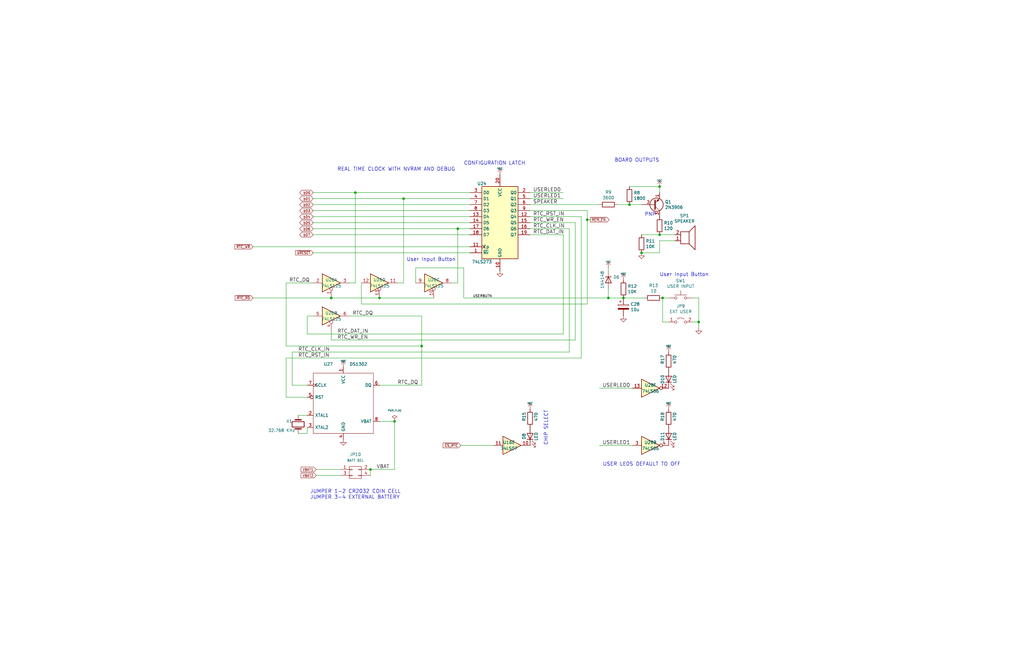
<source format=kicad_sch>
(kicad_sch (version 20211123) (generator eeschema)
  (paper "B")
  (lib_symbols
    (symbol "74xx:74HCT273"
      (property "Reference" "U" (at -7.62 16.51 0))
      (property "Value" "74HCT273" (at -7.62 -16.51 0))
      (symbol "74HCT273_1_0"
        (pin input line (at -12.7 -12.7 0) (length 5.08) (name "~{Mr}") (number "1"))
        (pin power_in line (at 0 -20.32 90) (length 5.08) (name "GND") (number "10"))
        (pin input clock (at -12.7 -10.16 0) (length 5.08) (name "Cp") (number "11"))
        (pin output line (at 12.7 2.54 180) (length 5.08) (name "Q4") (number "12"))
        (pin input line (at -12.7 2.54 0) (length 5.08) (name "D4") (number "13"))
        (pin input line (at -12.7 0 0) (length 5.08) (name "D5") (number "14"))
        (pin output line (at 12.7 0 180) (length 5.08) (name "Q5") (number "15"))
        (pin output line (at 12.7 -2.54 180) (length 5.08) (name "Q6") (number "16"))
        (pin input line (at -12.7 -2.54 0) (length 5.08) (name "D6") (number "17"))
        (pin input line (at -12.7 -5.08 0) (length 5.08) (name "D7") (number "18"))
        (pin output line (at 12.7 -5.08 180) (length 5.08) (name "Q7") (number "19"))
        (pin output line (at 12.7 12.7 180) (length 5.08) (name "Q0") (number "2"))
        (pin power_in line (at 0 20.32 270) (length 5.08) (name "VCC") (number "20"))
        (pin input line (at -12.7 12.7 0) (length 5.08) (name "D0") (number "3"))
        (pin input line (at -12.7 10.16 0) (length 5.08) (name "D1") (number "4"))
        (pin output line (at 12.7 10.16 180) (length 5.08) (name "Q1") (number "5"))
        (pin output line (at 12.7 7.62 180) (length 5.08) (name "Q2") (number "6"))
        (pin input line (at -12.7 7.62 0) (length 5.08) (name "D2") (number "7"))
        (pin input line (at -12.7 5.08 0) (length 5.08) (name "D3") (number "8"))
        (pin output line (at 12.7 5.08 180) (length 5.08) (name "Q3") (number "9"))
      )
      (symbol "74HCT273_1_1"
        (rectangle (start -7.62 15.24) (end 7.62 -15.24) (stroke (width 0.254)) (fill (type background)))
      )
    )
    (symbol "74xx:74LS06" (pin_names (offset 1.016))
      (property "Reference" "U" (at 0 1.27 0))
      (property "Value" "74LS06" (at 0 -1.27 0))
      (symbol "74LS06_1_0"
        (polyline (pts (xy -3.81 3.81) (xy -3.81 -3.81) (xy 3.81 0) (xy -3.81 3.81)) (stroke (width 0.254)) (fill (type background)))
        (pin input line (at -7.62 0 0) (length 3.81) (name "~") (number "1"))
        (pin open_collector inverted (at 7.62 0 180) (length 3.81) (name "~") (number "2"))
      )
      (symbol "74LS06_2_0"
        (polyline (pts (xy -3.81 3.81) (xy -3.81 -3.81) (xy 3.81 0) (xy -3.81 3.81)) (stroke (width 0.254)) (fill (type background)))
        (pin input line (at -7.62 0 0) (length 3.81) (name "~") (number "3"))
        (pin open_collector inverted (at 7.62 0 180) (length 3.81) (name "~") (number "4"))
      )
      (symbol "74LS06_3_0"
        (polyline (pts (xy -3.81 3.81) (xy -3.81 -3.81) (xy 3.81 0) (xy -3.81 3.81)) (stroke (width 0.254)) (fill (type background)))
        (pin input line (at -7.62 0 0) (length 3.81) (name "~") (number "5"))
        (pin open_collector inverted (at 7.62 0 180) (length 3.81) (name "~") (number "6"))
      )
      (symbol "74LS06_4_0"
        (polyline (pts (xy -3.81 3.81) (xy -3.81 -3.81) (xy 3.81 0) (xy -3.81 3.81)) (stroke (width 0.254)) (fill (type background)))
        (pin open_collector inverted (at 7.62 0 180) (length 3.81) (name "~") (number "8"))
        (pin input line (at -7.62 0 0) (length 3.81) (name "~") (number "9"))
      )
      (symbol "74LS06_5_0"
        (polyline (pts (xy -3.81 3.81) (xy -3.81 -3.81) (xy 3.81 0) (xy -3.81 3.81)) (stroke (width 0.254)) (fill (type background)))
        (pin open_collector inverted (at 7.62 0 180) (length 3.81) (name "~") (number "10"))
        (pin input line (at -7.62 0 0) (length 3.81) (name "~") (number "11"))
      )
      (symbol "74LS06_6_0"
        (polyline (pts (xy -3.81 3.81) (xy -3.81 -3.81) (xy 3.81 0) (xy -3.81 3.81)) (stroke (width 0.254)) (fill (type background)))
        (pin open_collector inverted (at 7.62 0 180) (length 3.81) (name "~") (number "12"))
        (pin input line (at -7.62 0 0) (length 3.81) (name "~") (number "13"))
      )
      (symbol "74LS06_7_0"
        (pin power_in line (at 0 12.7 270) (length 5.08) (name "VCC") (number "14"))
        (pin power_in line (at 0 -12.7 90) (length 5.08) (name "GND") (number "7"))
      )
      (symbol "74LS06_7_1"
        (rectangle (start -5.08 7.62) (end 5.08 -7.62) (stroke (width 0.254)) (fill (type background)))
      )
    )
    (symbol "74xx:74LS07" (pin_names (offset 1.016))
      (property "Reference" "U" (at 0 1.27 0))
      (property "Value" "74LS07" (at 0 -1.27 0))
      (symbol "74LS07_1_0"
        (polyline (pts (xy -3.81 3.81) (xy -3.81 -3.81) (xy 3.81 0) (xy -3.81 3.81)) (stroke (width 0.254)) (fill (type background)))
        (pin input line (at -7.62 0 0) (length 3.81) (name "~") (number "1"))
        (pin open_collector line (at 7.62 0 180) (length 3.81) (name "~") (number "2"))
      )
      (symbol "74LS07_2_0"
        (polyline (pts (xy -3.81 3.81) (xy -3.81 -3.81) (xy 3.81 0) (xy -3.81 3.81)) (stroke (width 0.254)) (fill (type background)))
        (pin input line (at -7.62 0 0) (length 3.81) (name "~") (number "3"))
        (pin open_collector line (at 7.62 0 180) (length 3.81) (name "~") (number "4"))
      )
      (symbol "74LS07_3_0"
        (polyline (pts (xy -3.81 3.81) (xy -3.81 -3.81) (xy 3.81 0) (xy -3.81 3.81)) (stroke (width 0.254)) (fill (type background)))
        (pin input line (at -7.62 0 0) (length 3.81) (name "~") (number "5"))
        (pin open_collector line (at 7.62 0 180) (length 3.81) (name "~") (number "6"))
      )
      (symbol "74LS07_4_0"
        (polyline (pts (xy -3.81 3.81) (xy -3.81 -3.81) (xy 3.81 0) (xy -3.81 3.81)) (stroke (width 0.254)) (fill (type background)))
        (pin open_collector line (at 7.62 0 180) (length 3.81) (name "~") (number "8"))
        (pin input line (at -7.62 0 0) (length 3.81) (name "~") (number "9"))
      )
      (symbol "74LS07_5_0"
        (polyline (pts (xy -3.81 3.81) (xy -3.81 -3.81) (xy 3.81 0) (xy -3.81 3.81)) (stroke (width 0.254)) (fill (type background)))
        (pin open_collector line (at 7.62 0 180) (length 3.81) (name "~") (number "10"))
        (pin input line (at -7.62 0 0) (length 3.81) (name "~") (number "11"))
      )
      (symbol "74LS07_6_0"
        (polyline (pts (xy -3.81 3.81) (xy -3.81 -3.81) (xy 3.81 0) (xy -3.81 3.81)) (stroke (width 0.254)) (fill (type background)))
        (pin open_collector line (at 7.62 0 180) (length 3.81) (name "~") (number "12"))
        (pin input line (at -7.62 0 0) (length 3.81) (name "~") (number "13"))
      )
      (symbol "74LS07_7_0"
        (pin power_in line (at 0 12.7 270) (length 5.08) (name "VCC") (number "14"))
        (pin power_in line (at 0 -12.7 90) (length 5.08) (name "GND") (number "7"))
      )
      (symbol "74LS07_7_1"
        (rectangle (start -5.08 7.62) (end 5.08 -7.62) (stroke (width 0.254)) (fill (type background)))
      )
    )
    (symbol "74xx:74LS125" (pin_names (offset 1.016))
      (property "Reference" "U" (at 0 1.27 0))
      (property "Value" "74LS125" (at 0 -1.27 0))
      (symbol "74LS125_1_0"
        (polyline (pts (xy -3.81 3.81) (xy -3.81 -3.81) (xy 3.81 0) (xy -3.81 3.81)) (stroke (width 0.254)) (fill (type background)))
        (pin input inverted (at 0 -6.35 90) (length 4.445) (name "~") (number "1"))
        (pin input line (at -7.62 0 0) (length 3.81) (name "~") (number "2"))
        (pin tri_state line (at 7.62 0 180) (length 3.81) (name "~") (number "3"))
      )
      (symbol "74LS125_2_0"
        (polyline (pts (xy -3.81 3.81) (xy -3.81 -3.81) (xy 3.81 0) (xy -3.81 3.81)) (stroke (width 0.254)) (fill (type background)))
        (pin input inverted (at 0 -6.35 90) (length 4.445) (name "~") (number "4"))
        (pin input line (at -7.62 0 0) (length 3.81) (name "~") (number "5"))
        (pin tri_state line (at 7.62 0 180) (length 3.81) (name "~") (number "6"))
      )
      (symbol "74LS125_3_0"
        (polyline (pts (xy -3.81 3.81) (xy -3.81 -3.81) (xy 3.81 0) (xy -3.81 3.81)) (stroke (width 0.254)) (fill (type background)))
        (pin input inverted (at 0 -6.35 90) (length 4.445) (name "~") (number "10"))
        (pin tri_state line (at 7.62 0 180) (length 3.81) (name "~") (number "8"))
        (pin input line (at -7.62 0 0) (length 3.81) (name "~") (number "9"))
      )
      (symbol "74LS125_4_0"
        (polyline (pts (xy -3.81 3.81) (xy -3.81 -3.81) (xy 3.81 0) (xy -3.81 3.81)) (stroke (width 0.254)) (fill (type background)))
        (pin tri_state line (at 7.62 0 180) (length 3.81) (name "~") (number "11"))
        (pin input line (at -7.62 0 0) (length 3.81) (name "~") (number "12"))
        (pin input inverted (at 0 -6.35 90) (length 4.445) (name "~") (number "13"))
      )
      (symbol "74LS125_5_0"
        (pin power_in line (at 0 12.7 270) (length 5.08) (name "VCC") (number "14"))
        (pin power_in line (at 0 -12.7 90) (length 5.08) (name "GND") (number "7"))
      )
      (symbol "74LS125_5_1"
        (rectangle (start -5.08 7.62) (end 5.08 -7.62) (stroke (width 0.254)) (fill (type background)))
      )
    )
    (symbol "Jumper:Jumper_2_Open" (pin_names (offset 0) hide)
      (property "Reference" "JP" (at 0 2.794 0))
      (property "Value" "Jumper_2_Open" (at 0 -2.286 0))
      (symbol "Jumper_2_Open_0_0"
        (circle (center -2.032 0) (radius 0.508))
        (circle (center 2.032 0) (radius 0.508))
      )
      (symbol "Jumper_2_Open_0_1"
        (arc (start 1.524 1.27) (mid 0 1.778) (end -1.524 1.27))
      )
      (symbol "Jumper_2_Open_1_1"
        (pin passive line (at -5.08 0 0) (length 2.54) (name "A") (number "1"))
        (pin passive line (at 5.08 0 180) (length 2.54) (name "B") (number "2"))
      )
    )
    (symbol "Switch:SW_Push" (pin_numbers hide) (pin_names (offset 1.016) hide)
      (property "Reference" "SW" (at 1.27 2.54 0))
      (property "Value" "SW_Push" (at 0 -1.524 0))
      (symbol "SW_Push_0_1"
        (circle (center -2.032 0) (radius 0.508))
        (polyline (pts (xy 0 1.27) (xy 0 3.048)))
        (polyline (pts (xy 2.54 1.27) (xy -2.54 1.27)))
        (circle (center 2.032 0) (radius 0.508))
        (pin passive line (at -5.08 0 0) (length 2.54) (name "1") (number "1"))
        (pin passive line (at 5.08 0 180) (length 2.54) (name "2") (number "2"))
      )
    )
    (symbol "Transistor_BJT:2N3906" (pin_names (offset 0) hide)
      (property "Reference" "Q" (at 5.08 1.905 0))
      (property "Value" "2N3906" (at 5.08 0 0))
      (symbol "2N3906_0_1"
        (polyline (pts (xy 0.635 0.635) (xy 2.54 2.54)))
        (polyline (pts (xy 0.635 -0.635) (xy 2.54 -2.54) (xy 2.54 -2.54)))
        (polyline (pts (xy 0.635 1.905) (xy 0.635 -1.905) (xy 0.635 -1.905)) (stroke (width 0.508)))
        (polyline (pts (xy 2.286 -1.778) (xy 1.778 -2.286) (xy 1.27 -1.27) (xy 2.286 -1.778) (xy 2.286 -1.778)) (fill (type outline)))
        (circle (center 1.27 0) (radius 2.8194) (stroke (width 0.254)))
      )
      (symbol "2N3906_1_1"
        (pin passive line (at 2.54 -5.08 90) (length 2.54) (name "E") (number "1"))
        (pin input line (at -5.08 0 0) (length 5.715) (name "B") (number "2"))
        (pin passive line (at 2.54 5.08 270) (length 2.54) (name "C") (number "3"))
      )
    )
    (symbol "memory.ROMRAM-rescue:1N4148-diode" (pin_numbers hide) (pin_names (offset 1.016) hide)
      (property "Reference" "D" (at 0 2.54 0))
      (property "Value" "1N4148-diode" (at 0 -2.54 0))
      (symbol "1N4148-diode_0_1"
        (polyline (pts (xy -1.27 1.27) (xy -1.27 -1.27)) (stroke (width 0.254)))
        (polyline (pts (xy 1.27 0) (xy -1.27 0)))
        (polyline (pts (xy 1.27 1.27) (xy 1.27 -1.27) (xy -1.27 0) (xy 1.27 1.27)) (stroke (width 0.254)))
      )
      (symbol "1N4148-diode_1_1"
        (pin passive line (at -3.81 0 0) (length 2.54) (name "K") (number "1"))
        (pin passive line (at 3.81 0 180) (length 2.54) (name "A") (number "2"))
      )
    )
    (symbol "memory.ROMRAM-rescue:CONN_02X02-conn" (pin_names (offset 0.0254) hide)
      (property "Reference" "J" (at 0 3.81 0))
      (property "Value" "CONN_02X02-conn" (at 0 -3.81 0))
      (symbol "CONN_02X02-conn_0_1"
        (rectangle (start -2.54 -1.143) (end -1.27 -1.397))
        (rectangle (start -2.54 1.397) (end -1.27 1.143))
        (rectangle (start -2.54 2.54) (end 2.54 -2.54))
        (rectangle (start 1.27 -1.143) (end 2.54 -1.397))
        (rectangle (start 1.27 1.397) (end 2.54 1.143))
      )
      (symbol "CONN_02X02-conn_1_1"
        (pin passive line (at -6.35 1.27 0) (length 3.81) (name "P1") (number "1"))
        (pin passive line (at 6.35 1.27 180) (length 3.81) (name "P2") (number "2"))
        (pin passive line (at -6.35 -1.27 0) (length 3.81) (name "P3") (number "3"))
        (pin passive line (at 6.35 -1.27 180) (length 3.81) (name "P4") (number "4"))
      )
    )
    (symbol "memory.ROMRAM-rescue:CP-device" (pin_numbers hide) (pin_names (offset 0.254))
      (property "Reference" "C" (at 0.635 2.54 0))
      (property "Value" "CP-device" (at 0.635 -2.54 0))
      (symbol "CP-device_0_1"
        (rectangle (start -2.286 0.508) (end 2.286 1.016))
        (polyline (pts (xy -1.778 2.286) (xy -0.762 2.286)))
        (polyline (pts (xy -1.27 2.794) (xy -1.27 1.778)))
        (rectangle (start 2.286 -0.508) (end -2.286 -1.016) (fill (type outline)))
      )
      (symbol "CP-device_1_1"
        (pin passive line (at 0 3.81 270) (length 2.794) (name "~") (number "1"))
        (pin passive line (at 0 -3.81 90) (length 2.794) (name "~") (number "2"))
      )
    )
    (symbol "memory.ROMRAM-rescue:Crystal-device" (pin_numbers hide) (pin_names (offset 1.016) hide)
      (property "Reference" "Y" (at 0 3.81 0))
      (property "Value" "Crystal-device" (at 0 -3.81 0))
      (symbol "Crystal-device_0_1"
        (rectangle (start -1.143 2.54) (end 1.143 -2.54) (stroke (width 0.3048)))
        (polyline (pts (xy -2.54 0) (xy -1.905 0)))
        (polyline (pts (xy -1.905 -1.27) (xy -1.905 1.27)) (stroke (width 0.508)))
        (polyline (pts (xy 1.905 -1.27) (xy 1.905 1.27)) (stroke (width 0.508)))
        (polyline (pts (xy 2.54 0) (xy 1.905 0)))
      )
      (symbol "Crystal-device_1_1"
        (pin passive line (at -3.81 0 0) (length 1.27) (name "1") (number "1"))
        (pin passive line (at 3.81 0 180) (length 1.27) (name "2") (number "2"))
      )
    )
    (symbol "memory.ROMRAM-rescue:DS1302-maxim" (pin_names (offset 0.762))
      (property "Reference" "U" (at 6.858 13.97 0))
      (property "Value" "DS1302-maxim" (at 7.62 -13.97 0))
      (symbol "DS1302-maxim_0_1"
        (rectangle (start -12.7 12.7) (end 12.7 -12.7))
      )
      (symbol "DS1302-maxim_1_1"
        (pin power_in line (at 0 15.24 270) (length 2.54) (name "VCC") (number "1"))
        (pin input line (at -15.24 -5.08 0) (length 2.54) (name "XTAL1") (number "2"))
        (pin input line (at -15.24 -10.16 0) (length 2.54) (name "XTAL2") (number "3"))
        (pin power_in line (at 0 -15.24 90) (length 2.54) (name "GND") (number "4"))
        (pin input inverted (at -15.24 2.54 0) (length 2.54) (name "RST") (number "5"))
        (pin bidirectional line (at 15.24 7.62 180) (length 2.54) (name "DQ") (number "6"))
        (pin input clock (at -15.24 7.62 0) (length 2.54) (name "SCLK") (number "7"))
        (pin input line (at 15.24 -7.62 180) (length 2.54) (name "VBAT") (number "8"))
      )
    )
    (symbol "memory.ROMRAM-rescue:LED-device" (pin_numbers hide) (pin_names (offset 1.016) hide)
      (property "Reference" "D" (at 0 2.54 0))
      (property "Value" "LED-device" (at 0 -2.54 0))
      (symbol "LED-device_0_1"
        (polyline (pts (xy -1.27 -1.27) (xy -1.27 1.27)) (stroke (width 0.254)))
        (polyline (pts (xy -1.27 0) (xy 1.27 0)))
        (polyline (pts (xy 1.27 -1.27) (xy 1.27 1.27) (xy -1.27 0) (xy 1.27 -1.27)) (stroke (width 0.254)))
        (polyline (pts (xy -3.048 -0.762) (xy -4.572 -2.286) (xy -3.81 -2.286) (xy -4.572 -2.286) (xy -4.572 -1.524)))
        (polyline (pts (xy -1.778 -0.762) (xy -3.302 -2.286) (xy -2.54 -2.286) (xy -3.302 -2.286) (xy -3.302 -1.524)))
      )
      (symbol "LED-device_1_1"
        (pin passive line (at -3.81 0 0) (length 2.54) (name "K") (number "1"))
        (pin passive line (at 3.81 0 180) (length 2.54) (name "A") (number "2"))
      )
    )
    (symbol "memory.ROMRAM-rescue:R-device" (pin_numbers hide) (pin_names (offset 0))
      (property "Reference" "R" (at 2.032 0 90))
      (property "Value" "R-device" (at 0 0 90))
      (symbol "R-device_0_1"
        (rectangle (start -1.016 -2.54) (end 1.016 2.54) (stroke (width 0.254)))
      )
      (symbol "R-device_1_1"
        (pin passive line (at 0 3.81 270) (length 1.27) (name "~") (number "1"))
        (pin passive line (at 0 -3.81 90) (length 1.27) (name "~") (number "2"))
      )
    )
    (symbol "memory.ROMRAM-rescue:Speaker-device" (pin_names (offset 0) hide)
      (property "Reference" "LS" (at 1.27 5.715 0))
      (property "Value" "Speaker-device" (at 1.27 3.81 0))
      (symbol "Speaker-device_0_0"
        (rectangle (start -2.54 1.27) (end 1.016 -3.81) (stroke (width 0.254)))
        (polyline (pts (xy 1.016 1.27) (xy 3.556 3.81) (xy 3.556 -6.35) (xy 1.016 -3.81)) (stroke (width 0.254)))
      )
      (symbol "Speaker-device_1_1"
        (pin input line (at -5.08 0 0) (length 2.54) (name "1") (number "1"))
        (pin input line (at -5.08 -2.54 0) (length 2.54) (name "2") (number "2"))
      )
    )
    (symbol "power:GND" (power) (pin_names (offset 0))
      (property "Value" "GND" (at 0 -3.81 0))
      (symbol "GND_0_1"
        (polyline (pts (xy 0 0) (xy 0 -1.27) (xy 1.27 -1.27) (xy 0 -2.54) (xy -1.27 -1.27) (xy 0 -1.27)))
      )
      (symbol "GND_1_1"
        (pin power_in line (at 0 0 270) (length 0) hide (name "GND") (number "1"))
      )
    )
    (symbol "power:PWR_FLAG" (power) (pin_numbers hide) (pin_names (offset 0) hide)
      (property "Value" "PWR_FLAG" (at 0 3.81 0))
      (symbol "PWR_FLAG_0_0"
        (pin power_out line (at 0 0 90) (length 0) (name "pwr") (number "1"))
      )
      (symbol "PWR_FLAG_0_1"
        (polyline (pts (xy 0 0) (xy 0 1.27) (xy -1.016 1.905) (xy 0 2.54) (xy 1.016 1.905) (xy 0 1.27)))
      )
    )
    (symbol "power:VCC" (power) (pin_names (offset 0))
      (property "Value" "VCC" (at 0 3.81 0))
      (symbol "VCC_0_1"
        (polyline (pts (xy -0.762 1.27) (xy 0 2.54)))
        (polyline (pts (xy 0 0) (xy 0 2.54)))
        (polyline (pts (xy 0 2.54) (xy 0.762 1.27)))
      )
      (symbol "VCC_1_1"
        (pin power_in line (at 0 0 90) (length 0) hide (name "VCC") (number "1"))
      )
    )
  )
  (junction (at 247.65 92.71))
  (junction (at 139.7 125.73))
  (junction (at 294.64 135.89))
  (junction (at 278.13 99.06))
  (junction (at 262.89 125.73))
  (junction (at 166.37 177.8))
  (junction (at 149.86 81.28))
  (junction (at 177.8 146.05))
  (junction (at 256.54 125.73))
  (junction (at 279.4 125.73))
  (junction (at 156.21 198.12))
  (junction (at 160.02 125.73))
  (junction (at 265.43 86.36))
  (junction (at 278.13 78.74))
  (junction (at 270.51 106.68))
  (junction (at 193.04 96.52))
  (junction (at 170.18 83.82))
  (wire (pts (xy 256.54 121.92) (xy 256.54 125.73)))
  (wire (pts (xy 132.08 88.9) (xy 198.12 88.9)))
  (wire (pts (xy 223.52 91.44) (xy 245.11 91.44)))
  (wire (pts (xy 160.02 125.73) (xy 182.88 125.73)))
  (wire (pts (xy 240.03 96.52) (xy 240.03 148.59)))
  (wire (pts (xy 237.49 140.97) (xy 237.49 99.06)))
  (wire (pts (xy 120.65 146.05) (xy 177.8 146.05)))
  (wire (pts (xy 248.92 92.71) (xy 247.65 92.71)))
  (wire (pts (xy 120.65 167.64) (xy 129.54 167.64)))
  (wire (pts (xy 194.31 187.96) (xy 208.28 187.96)))
  (wire (pts (xy 256.54 125.73) (xy 262.89 125.73)))
  (wire (pts (xy 125.73 175.26) (xy 129.54 175.26)))
  (wire (pts (xy 177.8 146.05) (xy 177.8 162.56)))
  (wire (pts (xy 132.08 81.28) (xy 149.86 81.28)))
  (wire (pts (xy 223.52 93.98) (xy 242.57 93.98)))
  (wire (pts (xy 242.57 93.98) (xy 242.57 143.51)))
  (wire (pts (xy 195.58 113.03) (xy 175.26 113.03)))
  (wire (pts (xy 279.4 135.89) (xy 281.94 135.89)))
  (wire (pts (xy 133.35 198.12) (xy 143.51 198.12)))
  (wire (pts (xy 223.52 88.9) (xy 247.65 88.9)))
  (wire (pts (xy 270.51 99.06) (xy 278.13 99.06)))
  (wire (pts (xy 132.08 91.44) (xy 198.12 91.44)))
  (wire (pts (xy 223.52 96.52) (xy 240.03 96.52)))
  (wire (pts (xy 245.11 91.44) (xy 245.11 151.13)))
  (wire (pts (xy 160.02 162.56) (xy 177.8 162.56)))
  (wire (pts (xy 247.65 88.9) (xy 247.65 92.71)))
  (wire (pts (xy 242.57 143.51) (xy 139.7 143.51)))
  (wire (pts (xy 223.52 99.06) (xy 237.49 99.06)))
  (wire (pts (xy 278.13 101.6) (xy 284.48 101.6)))
  (wire (pts (xy 170.18 119.38) (xy 170.18 83.82)))
  (wire (pts (xy 195.58 125.73) (xy 256.54 125.73)))
  (wire (pts (xy 152.4 128.27) (xy 247.65 128.27)))
  (wire (pts (xy 193.04 119.38) (xy 193.04 96.52)))
  (wire (pts (xy 195.58 125.73) (xy 195.58 113.03)))
  (wire (pts (xy 292.1 125.73) (xy 294.64 125.73)))
  (wire (pts (xy 170.18 83.82) (xy 198.12 83.82)))
  (wire (pts (xy 106.68 125.73) (xy 139.7 125.73)))
  (wire (pts (xy 294.64 135.89) (xy 294.64 138.43)))
  (wire (pts (xy 247.65 92.71) (xy 247.65 128.27)))
  (wire (pts (xy 129.54 133.35) (xy 129.54 140.97)))
  (wire (pts (xy 278.13 99.06) (xy 284.48 99.06)))
  (wire (pts (xy 166.37 198.12) (xy 156.21 198.12)))
  (wire (pts (xy 292.1 135.89) (xy 294.64 135.89)))
  (wire (pts (xy 281.94 125.73) (xy 279.4 125.73)))
  (wire (pts (xy 123.19 148.59) (xy 123.19 162.56)))
  (wire (pts (xy 120.65 151.13) (xy 120.65 167.64)))
  (wire (pts (xy 132.08 106.68) (xy 198.12 106.68)))
  (wire (pts (xy 279.4 125.73) (xy 279.4 135.89)))
  (wire (pts (xy 132.08 83.82) (xy 170.18 83.82)))
  (wire (pts (xy 175.26 113.03) (xy 175.26 119.38)))
  (wire (pts (xy 120.65 119.38) (xy 132.08 119.38)))
  (wire (pts (xy 139.7 125.73) (xy 160.02 125.73)))
  (wire (pts (xy 177.8 133.35) (xy 177.8 146.05)))
  (wire (pts (xy 132.08 96.52) (xy 193.04 96.52)))
  (wire (pts (xy 149.86 81.28) (xy 198.12 81.28)))
  (wire (pts (xy 166.37 177.8) (xy 166.37 198.12)))
  (wire (pts (xy 223.52 81.28) (xy 237.49 81.28)))
  (wire (pts (xy 147.32 133.35) (xy 177.8 133.35)))
  (wire (pts (xy 193.04 96.52) (xy 198.12 96.52)))
  (wire (pts (xy 262.89 125.73) (xy 271.78 125.73)))
  (wire (pts (xy 106.68 104.14) (xy 198.12 104.14)))
  (wire (pts (xy 278.13 106.68) (xy 278.13 101.6)))
  (wire (pts (xy 245.11 151.13) (xy 120.65 151.13)))
  (wire (pts (xy 149.86 119.38) (xy 147.32 119.38)))
  (wire (pts (xy 133.35 200.66) (xy 143.51 200.66)))
  (wire (pts (xy 132.08 99.06) (xy 198.12 99.06)))
  (wire (pts (xy 160.02 177.8) (xy 166.37 177.8)))
  (wire (pts (xy 123.19 162.56) (xy 129.54 162.56)))
  (wire (pts (xy 270.51 106.68) (xy 278.13 106.68)))
  (wire (pts (xy 152.4 119.38) (xy 152.4 128.27)))
  (wire (pts (xy 223.52 86.36) (xy 252.73 86.36)))
  (wire (pts (xy 129.54 140.97) (xy 237.49 140.97)))
  (wire (pts (xy 223.52 83.82) (xy 237.49 83.82)))
  (wire (pts (xy 149.86 81.28) (xy 149.86 119.38)))
  (wire (pts (xy 129.54 182.88) (xy 129.54 180.34)))
  (wire (pts (xy 190.5 119.38) (xy 193.04 119.38)))
  (wire (pts (xy 278.13 81.28) (xy 278.13 78.74)))
  (wire (pts (xy 294.64 125.73) (xy 294.64 135.89)))
  (wire (pts (xy 252.73 163.83) (xy 266.7 163.83)))
  (wire (pts (xy 125.73 182.88) (xy 129.54 182.88)))
  (wire (pts (xy 278.13 78.74) (xy 265.43 78.74)))
  (wire (pts (xy 156.21 198.12) (xy 156.21 200.66)))
  (wire (pts (xy 132.08 93.98) (xy 198.12 93.98)))
  (wire (pts (xy 252.73 187.96) (xy 266.7 187.96)))
  (wire (pts (xy 139.7 143.51) (xy 139.7 139.7)))
  (wire (pts (xy 256.54 114.3) (xy 256.54 113.03)))
  (wire (pts (xy 120.65 119.38) (xy 120.65 146.05)))
  (wire (pts (xy 240.03 148.59) (xy 123.19 148.59)))
  (wire (pts (xy 167.64 119.38) (xy 170.18 119.38)))
  (wire (pts (xy 132.08 133.35) (xy 129.54 133.35)))
  (wire (pts (xy 260.35 86.36) (xy 265.43 86.36)))
  (wire (pts (xy 265.43 86.36) (xy 270.51 86.36)))
  (wire (pts (xy 132.08 86.36) (xy 198.12 86.36)))
  (text "PNP" (at 271.78 91.44 0) (effects (font (size 1.524 1.524)) (justify left bottom)))
  (text "User Input Button" (at 278.13 116.84 0) (effects (font (size 1.524 1.524)) (justify left bottom)))
  (text "BOARD OUTPUTS" (at 259.08 68.58 0) (effects (font (size 1.524 1.524)) (justify left bottom)))
  (text "CONFIGURATION LATCH" (at 195.58 69.85 0) (effects (font (size 1.524 1.524)) (justify left bottom)))
  (text "User Input Button" (at 171.45 110.49 0) (effects (font (size 1.524 1.524)) (justify left bottom)))
  (text "JUMPER 1-2 CR2032 COIN CELL\nJUMPER 3-4 EXTERNAL BATTERY" (at 130.81 210.82 0) (effects (font (size 1.524 1.524)) (justify left bottom)))
  (text "CHIP SELECT" (at 231.14 187.96 90) (effects (font (size 1.524 1.524)) (justify left bottom)))
  (text "USER LEDS DEFAULT TO OFF" (at 287.02 196.85 180) (effects (font (size 1.524 1.524)) (justify right bottom)))
  (text "REAL TIME CLOCK WITH NVRAM AND DEBUG" (at 142.24 72.39 0) (effects (font (size 1.524 1.524)) (justify left bottom)))
  (label "RTC_DAT_IN" (at 142.24 140.97 0) (effects (font (size 1.524 1.524))))
  (label "RTC_DQ" (at 148.59 133.35 0) (effects (font (size 1.524 1.524))))
  (label "RTC_DQ" (at 121.92 119.38 0) (effects (font (size 1.524 1.524))))
  (label "RTC_DAT_IN" (at 224.79 99.06 0) (effects (font (size 1.524 1.524))))
  (label "RTC_CLK_IN" (at 224.79 96.52 0) (effects (font (size 1.524 1.524))))
  (label "VBAT" (at 158.75 198.12 0) (effects (font (size 1.524 1.524))))
  (label "USERLED0" (at 254 163.83 0) (effects (font (size 1.524 1.524))))
  (label "USERLED0" (at 224.79 81.28 0) (effects (font (size 1.524 1.524))))
  (label "USERBUTN" (at 199.39 125.73 0) (effects (font (size 1.016 1.016))))
  (label "RTC_WR_EN" (at 142.24 143.51 0) (effects (font (size 1.524 1.524))))
  (label "USERLED1" (at 254 187.96 0) (effects (font (size 1.524 1.524))))
  (label "RTC_RST_IN" (at 224.79 91.44 0) (effects (font (size 1.524 1.524))))
  (label "SPEAKER" (at 224.79 86.36 0) (effects (font (size 1.524 1.524))))
  (label "RTC_RST_IN" (at 125.73 151.13 0) (effects (font (size 1.524 1.524))))
  (label "RTC_WR_EN" (at 224.79 93.98 0) (effects (font (size 1.524 1.524))))
  (label "USERLED1" (at 224.79 83.82 0) (effects (font (size 1.524 1.524))))
  (label "RTC_DQ" (at 167.64 162.56 0) (effects (font (size 1.524 1.524))))
  (label "RTC_CLK_IN" (at 125.73 148.59 0) (effects (font (size 1.524 1.524))))
  (global_label "~{bRESET}" (shape input) (at 132.08 106.68 180) (effects (font (size 1.016 1.016))) (property "Intersheet References" "${INTERSHEET_REFS}" (effects hide)))
  (global_label "~{RTC_WR}" (shape input) (at 106.68 104.14 180) (effects (font (size 1.016 1.016))) (property "Intersheet References" "${INTERSHEET_REFS}" (effects hide)))
  (global_label "~{CS_RTC}" (shape input) (at 194.31 187.96 180) (effects (font (size 1.016 1.016))) (property "Intersheet References" "${INTERSHEET_REFS}" (effects hide)))
  (global_label "bD1" (shape bidirectional) (at 132.08 83.82 180) (effects (font (size 1.016 1.016))) (property "Intersheet References" "${INTERSHEET_REFS}" (effects hide)))
  (global_label "VBAT2" (shape input) (at 133.35 200.66 180) (effects (font (size 1.016 1.016))) (property "Intersheet References" "${INTERSHEET_REFS}" (effects hide)))
  (global_label "~{MEM_EN}" (shape output) (at 248.92 92.71 0) (effects (font (size 1.016 1.016))) (property "Intersheet References" "${INTERSHEET_REFS}" (effects hide)))
  (global_label "~{RTC_RD}" (shape input) (at 106.68 125.73 180) (effects (font (size 1.016 1.016))) (property "Intersheet References" "${INTERSHEET_REFS}" (effects hide)))
  (global_label "bD3" (shape bidirectional) (at 132.08 88.9 180) (effects (font (size 1.016 1.016))) (property "Intersheet References" "${INTERSHEET_REFS}" (effects hide)))
  (global_label "bD0" (shape bidirectional) (at 132.08 81.28 180) (effects (font (size 1.016 1.016))) (property "Intersheet References" "${INTERSHEET_REFS}" (effects hide)))
  (global_label "bD6" (shape bidirectional) (at 132.08 96.52 180) (effects (font (size 1.016 1.016))) (property "Intersheet References" "${INTERSHEET_REFS}" (effects hide)))
  (global_label "bD7" (shape bidirectional) (at 132.08 99.06 180) (effects (font (size 1.016 1.016))) (property "Intersheet References" "${INTERSHEET_REFS}" (effects hide)))
  (global_label "VBAT1" (shape input) (at 133.35 198.12 180) (effects (font (size 1.016 1.016))) (property "Intersheet References" "${INTERSHEET_REFS}" (effects hide)))
  (global_label "bD2" (shape bidirectional) (at 132.08 86.36 180) (effects (font (size 1.016 1.016))) (property "Intersheet References" "${INTERSHEET_REFS}" (effects hide)))
  (global_label "bD4" (shape bidirectional) (at 132.08 91.44 180) (effects (font (size 1.016 1.016))) (property "Intersheet References" "${INTERSHEET_REFS}" (effects hide)))
  (global_label "bD5" (shape bidirectional) (at 132.08 93.98 180) (effects (font (size 1.016 1.016))) (property "Intersheet References" "${INTERSHEET_REFS}" (effects hide)))
  (symbol (lib_id "74xx:74LS125") (at 139.7 119.38 0) (unit 1)
    (property "Reference" "U26" (at 139.7 118.11 0))
    (property "Value" "74LS125" (at 139.7 120.65 0))
    (property "Footprint" "Package_DIP:DIP-14_W7.62mm" (effects hide))
    (property "Datasheet" "http://www.ti.com/lit/gpn/sn74LS125" (effects hide))
  )
  (symbol (lib_id "power:GND") (at 262.89 133.35 0) (unit 1)
    (property "Reference" "#PWR049" (effects hide))
    (property "Value" "GND" (effects hide))
  )
  (symbol (lib_id "power:GND") (at 144.78 185.42 0) (unit 1)
    (property "Reference" "#PWR052" (effects hide))
    (property "Value" "GND" (effects hide))
  )
  (symbol (lib_id "power:VCC") (at 144.78 154.94 0) (unit 1)
    (property "Reference" "#PWR051" (effects hide))
    (property "Value" "VCC" (at 144.78 152.4 0) (effects (font (size 0.762 0.762))))
  )
  (symbol (lib_id "power:GND") (at 294.64 138.43 0) (unit 1)
    (property "Reference" "#PWR050" (effects hide))
    (property "Value" "GND" (effects hide))
  )
  (symbol (lib_id "74xx:74LS06") (at 274.32 187.96 0) (unit 2)
    (property "Reference" "U28" (at 274.32 186.69 0))
    (property "Value" "74LS06" (at 274.32 189.23 0))
    (property "Footprint" "Package_DIP:DIP-14_W7.62mm" (effects hide))
    (property "Datasheet" "http://www.ti.com/lit/gpn/sn74LS06" (effects hide))
  )
  (symbol (lib_id "power:VCC") (at 256.54 113.03 0) (unit 1)
    (property "Reference" "#PWR046" (effects hide))
    (property "Value" "VCC" (at 256.54 110.49 0) (effects (font (size 0.762 0.762))))
  )
  (symbol (lib_id "power:VCC") (at 281.94 148.59 0) (unit 1)
    (property "Reference" "#PWR056" (effects hide))
    (property "Value" "VCC" (at 281.94 146.05 0) (effects (font (size 0.762 0.762))))
  )
  (symbol (lib_id "74xx:74LS06") (at 274.32 163.83 0) (unit 6)
    (property "Reference" "U28" (at 274.32 162.56 0))
    (property "Value" "74LS06" (at 274.32 165.1 0))
    (property "Footprint" "Package_DIP:DIP-14_W7.62mm" (effects hide))
    (property "Datasheet" "http://www.ti.com/lit/gpn/sn74LS06" (effects hide))
  )
  (symbol (lib_id "Transistor_BJT:2N3906") (at 275.59 86.36 0) (mirror x) (unit 1)
    (property "Reference" "Q1" (at 280.416 85.1916 0) (effects (justify left)))
    (property "Value" "2N3906" (at 280.416 87.503 0) (effects (justify left)))
    (property "Footprint" "Package_TO_SOT_THT:TO-92_Inline" (effects hide))
    (property "Datasheet" "https://www.onsemi.com/pub/Collateral/2N3906-D.PDF" (effects hide))
  )
  (symbol (lib_id "memory.ROMRAM-rescue:LED-device") (at 281.94 184.15 90) (unit 1)
    (property "Reference" "D11" (at 279.4 184.15 0))
    (property "Value" "LED" (at 284.48 184.15 0))
    (property "Footprint" "LED_THT:LED_D3.0mm_Horizontal_O3.81mm_Z2.0mm" (effects hide))
  )
  (symbol (lib_id "memory.ROMRAM-rescue:Speaker-device") (at 289.56 101.6 0) (mirror x) (unit 1)
    (property "Reference" "SP1" (at 288.6202 91.0082 0))
    (property "Value" "SPEAKER" (at 288.6202 93.3196 0))
    (property "Footprint" "Buzzer_Beeper:MagneticBuzzer_StarMicronics_HMB-06_HMB-12" (effects hide))
  )
  (symbol (lib_id "74xx:74LS125") (at 139.7 133.35 0) (unit 2)
    (property "Reference" "U26" (at 139.7 132.08 0))
    (property "Value" "74LS125" (at 139.7 134.62 0))
    (property "Footprint" "Package_DIP:DIP-14_W7.62mm" (effects hide))
    (property "Datasheet" "http://www.ti.com/lit/gpn/sn74LS125" (effects hide))
  )
  (symbol (lib_id "power:GND") (at 210.82 114.3 0) (unit 1)
    (property "Reference" "#PWR047" (effects hide))
    (property "Value" "GND" (effects hide))
  )
  (symbol (lib_id "power:VCC") (at 210.82 73.66 0) (unit 1)
    (property "Reference" "#PWR043" (effects hide))
    (property "Value" "VCC" (at 210.82 71.12 0) (effects (font (size 0.762 0.762))))
  )
  (symbol (lib_id "power:VCC") (at 278.13 78.74 0) (unit 1)
    (property "Reference" "#PWR044" (effects hide))
    (property "Value" "VCC" (at 278.13 76.2 0) (effects (font (size 0.762 0.762))))
  )
  (symbol (lib_id "power:GND") (at 270.51 106.68 0) (unit 1)
    (property "Reference" "#PWR045" (effects hide))
    (property "Value" "GND" (effects hide))
  )
  (symbol (lib_id "74xx:74LS125") (at 182.88 119.38 0) (unit 3)
    (property "Reference" "U26" (at 182.88 118.11 0))
    (property "Value" "74LS125" (at 182.88 120.65 0))
    (property "Footprint" "Package_DIP:DIP-14_W7.62mm" (effects hide))
    (property "Datasheet" "http://www.ti.com/lit/gpn/sn74LS125" (effects hide))
  )
  (symbol (lib_id "power:VCC") (at 262.89 118.11 0) (unit 1)
    (property "Reference" "#PWR048" (effects hide))
    (property "Value" "VCC" (at 262.89 115.57 0) (effects (font (size 0.762 0.762))))
  )
  (symbol (lib_id "memory.ROMRAM-rescue:LED-device") (at 281.94 160.02 90) (unit 1)
    (property "Reference" "D10" (at 279.4 160.02 0))
    (property "Value" "LED" (at 284.48 160.02 0))
    (property "Footprint" "LED_THT:LED_D3.0mm_Horizontal_O3.81mm_Z2.0mm" (effects hide))
  )
  (symbol (lib_id "74xx:74LS125") (at 160.02 119.38 0) (unit 4)
    (property "Reference" "U26" (at 160.02 118.11 0))
    (property "Value" "74LS125" (at 160.02 120.65 0))
    (property "Footprint" "Package_DIP:DIP-14_W7.62mm" (effects hide))
    (property "Datasheet" "http://www.ti.com/lit/gpn/sn74LS125" (effects hide))
  )
  (symbol (lib_id "power:PWR_FLAG") (at 166.37 177.8 0) (unit 1)
    (property "Reference" "#FLG07" (effects hide))
    (property "Value" "PWR_FLAG" (at 166.37 173.228 0) (effects (font (size 0.762 0.762))))
  )
  (symbol (lib_id "memory.ROMRAM-rescue:CONN_02X02-conn") (at 149.86 199.39 0) (unit 1)
    (property "Reference" "JP10" (at 149.86 191.77 0))
    (property "Value" "BATT SEL" (at 149.86 194.31 0) (effects (font (size 1.016 1.016))))
    (property "Footprint" "Connector_PinHeader_2.54mm:PinHeader_2x02_P2.54mm_Vertical" (effects hide))
  )
  (symbol (lib_id "power:VCC") (at 281.94 172.72 0) (unit 1)
    (property "Reference" "#PWR058" (effects hide))
    (property "Value" "VCC" (at 281.94 170.18 0) (effects (font (size 0.762 0.762))))
  )
  (symbol (lib_id "memory.ROMRAM-rescue:1N4148-diode") (at 256.54 118.11 270) (unit 1)
    (property "Reference" "D6" (at 258.572 116.9416 90) (effects (justify left)))
    (property "Value" "1N4148" (at 254 114.3 0) (effects (justify left)))
    (property "Footprint" "Diode_THT:D_DO-35_SOD27_P7.62mm_Horizontal" (effects hide))
    (property "Datasheet" "https://assets.nexperia.com/documents/data-sheet/1N4148_1N4448.pdf" (effects hide))
  )
  (symbol (lib_id "memory.ROMRAM-rescue:LED-device") (at 223.52 184.15 90) (unit 1)
    (property "Reference" "D8" (at 220.98 184.15 0))
    (property "Value" "LED" (at 226.06 184.15 0))
    (property "Footprint" "LED_THT:LED_D3.0mm_Horizontal_O3.81mm_Z2.0mm" (effects hide))
  )
  (symbol (lib_id "power:VCC") (at 223.52 172.72 0) (unit 1)
    (property "Reference" "#PWR054" (effects hide))
    (property "Value" "VCC" (at 223.52 170.18 0) (effects (font (size 0.762 0.762))))
  )
  (symbol (lib_id "memory.ROMRAM-rescue:CP-device") (at 262.89 129.54 0) (unit 1)
    (property "Reference" "C28" (at 265.8872 128.3716 0) (effects (justify left)))
    (property "Value" "10u" (at 265.8872 130.683 0) (effects (justify left)))
    (property "Footprint" "Capacitor_THT:CP_Radial_D5.0mm_P2.50mm" (effects hide))
  )
  (symbol (lib_id "Switch:SW_Push") (at 287.02 125.73 0) (unit 1)
    (property "Reference" "SW1" (at 287.02 118.491 0))
    (property "Value" "USER INPUT" (at 287.02 120.8024 0))
    (property "Footprint" "Button_Switch_THT:SW_Tactile_SPST_Angled_PTS645Vx58-2LFS" (effects hide))
  )
  (symbol (lib_id "memory.ROMRAM-rescue:R-device") (at 278.13 95.25 0) (unit 1)
    (property "Reference" "R10" (at 279.908 94.0816 0) (effects (justify left)))
    (property "Value" "120" (at 279.908 96.393 0) (effects (justify left)))
    (property "Footprint" "Resistor_THT:R_Axial_DIN0207_L6.3mm_D2.5mm_P7.62mm_Horizontal" (effects hide))
  )
  (symbol (lib_id "memory.ROMRAM-rescue:R-device") (at 270.51 102.87 0) (unit 1)
    (property "Reference" "R11" (at 272.288 101.7016 0) (effects (justify left)))
    (property "Value" "10K" (at 272.288 104.013 0) (effects (justify left)))
    (property "Footprint" "Resistor_THT:R_Axial_DIN0207_L6.3mm_D2.5mm_P7.62mm_Horizontal" (effects hide))
  )
  (symbol (lib_id "memory.ROMRAM-rescue:R-device") (at 265.43 82.55 0) (unit 1)
    (property "Reference" "R8" (at 267.208 81.3816 0) (effects (justify left)))
    (property "Value" "1800" (at 267.208 83.693 0) (effects (justify left)))
    (property "Footprint" "Resistor_THT:R_Axial_DIN0207_L6.3mm_D2.5mm_P7.62mm_Horizontal" (effects hide))
  )
  (symbol (lib_id "74xx:74HCT273") (at 210.82 93.98 0) (unit 1)
    (property "Reference" "U24" (at 203.2 77.47 0))
    (property "Value" "74LS273" (at 203.2 110.49 0))
    (property "Footprint" "Package_DIP:DIP-20_W7.62mm" (effects hide))
    (property "Datasheet" "https://assets.nexperia.com/documents/data-sheet/74HC_HCT273.pdf" (effects hide))
  )
  (symbol (lib_id "memory.ROMRAM-rescue:R-device") (at 223.52 176.53 0) (unit 1)
    (property "Reference" "R15" (at 220.98 177.8 90) (effects (justify left)))
    (property "Value" "470" (at 226.06 177.8 90) (effects (justify left)))
    (property "Footprint" "Resistor_THT:R_Axial_DIN0207_L6.3mm_D2.5mm_P7.62mm_Horizontal" (effects hide))
  )
  (symbol (lib_id "memory.ROMRAM-rescue:R-device") (at 281.94 152.4 0) (unit 1)
    (property "Reference" "R17" (at 279.4 153.67 90) (effects (justify left)))
    (property "Value" "470" (at 284.48 153.67 90) (effects (justify left)))
    (property "Footprint" "Resistor_THT:R_Axial_DIN0207_L6.3mm_D2.5mm_P7.62mm_Horizontal" (effects hide))
  )
  (symbol (lib_id "memory.ROMRAM-rescue:R-device") (at 281.94 176.53 0) (unit 1)
    (property "Reference" "R18" (at 279.4 177.8 90) (effects (justify left)))
    (property "Value" "470" (at 284.48 177.8 90) (effects (justify left)))
    (property "Footprint" "Resistor_THT:R_Axial_DIN0207_L6.3mm_D2.5mm_P7.62mm_Horizontal" (effects hide))
  )
  (symbol (lib_id "memory.ROMRAM-rescue:R-device") (at 262.89 121.92 0) (unit 1)
    (property "Reference" "R12" (at 264.668 120.7516 0) (effects (justify left)))
    (property "Value" "10K" (at 264.668 123.063 0) (effects (justify left)))
    (property "Footprint" "Resistor_THT:R_Axial_DIN0207_L6.3mm_D2.5mm_P7.62mm_Horizontal" (effects hide))
  )
  (symbol (lib_id "memory.ROMRAM-rescue:R-device") (at 275.59 125.73 270) (unit 1)
    (property "Reference" "R13" (at 275.59 120.4722 90))
    (property "Value" "10" (at 275.59 122.7836 90))
    (property "Footprint" "Resistor_THT:R_Axial_DIN0207_L6.3mm_D2.5mm_P7.62mm_Horizontal" (effects hide))
  )
  (symbol (lib_id "Jumper:Jumper_2_Open") (at 287.02 135.89 0) (unit 1)
    (property "Reference" "JP9" (at 287.02 129.1844 0))
    (property "Value" "EXT USER" (at 287.02 131.4958 0))
    (property "Footprint" "Connector_PinHeader_2.54mm:PinHeader_1x02_P2.54mm_Horizontal" (effects hide))
  )
  (symbol (lib_id "memory.ROMRAM-rescue:R-device") (at 256.54 86.36 270) (unit 1)
    (property "Reference" "R9" (at 256.54 81.1022 90))
    (property "Value" "3600" (at 256.54 83.4136 90))
    (property "Footprint" "Resistor_THT:R_Axial_DIN0207_L6.3mm_D2.5mm_P7.62mm_Horizontal" (effects hide))
  )
  (symbol (lib_id "memory.ROMRAM-rescue:Crystal-device") (at 125.73 179.07 90) (unit 1)
    (property "Reference" "X1" (at 120.65 177.8 90) (effects (justify right)))
    (property "Value" "32.768 KHz" (at 113.03 181.61 90) (effects (justify right)))
    (property "Footprint" "Crystal:Crystal_AT310_D3.0mm_L10.0mm_Horizontal" (effects hide))
  )
  (symbol (lib_id "memory.ROMRAM-rescue:DS1302-maxim") (at 144.78 170.18 0) (unit 1)
    (property "Reference" "U27" (at 138.43 153.67 0))
    (property "Value" "DS1302" (at 151.13 153.67 0))
    (property "Footprint" "Package_DIP:DIP-8_W7.62mm" (effects hide))
  )
  (symbol (lib_id "74xx:74LS07") (at 215.9 187.96 0) (unit 5)
    (property "Reference" "U16" (at 214.63 186.69 0))
    (property "Value" "74LS07" (at 214.63 189.23 0))
    (property "Footprint" "Package_DIP:DIP-14_W7.62mm" (effects hide))
    (property "Datasheet" "www.ti.com/lit/ds/symlink/sn74ls07.pdf" (effects hide))
  )
)
</source>
